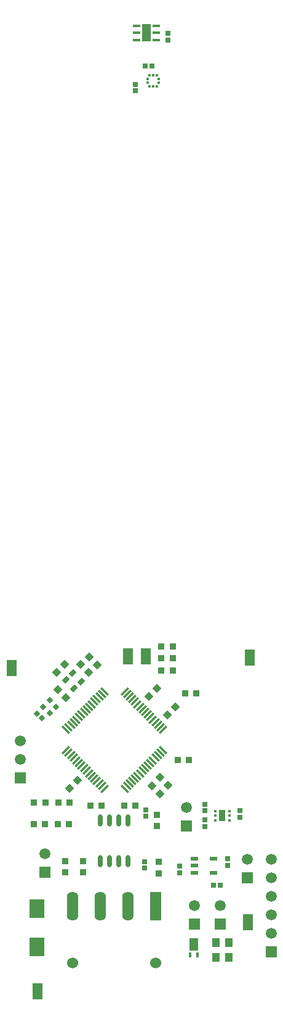
<source format=gbr>
%TF.GenerationSoftware,Altium Limited,Altium Designer,19.1.5 (86)*%
G04 Layer_Color=255*
%FSLAX26Y26*%
%MOIN*%
%TF.FileFunction,Pads,Top*%
%TF.Part,Single*%
G01*
G75*
%TA.AperFunction,SMDPad,CuDef*%
G04:AMPARAMS|DCode=10|XSize=35.433mil|YSize=33.465mil|CornerRadius=0mil|HoleSize=0mil|Usage=FLASHONLY|Rotation=45.000|XOffset=0mil|YOffset=0mil|HoleType=Round|Shape=Rectangle|*
%AMROTATEDRECTD10*
4,1,4,-0.000696,-0.024359,-0.024359,-0.000696,0.000696,0.024359,0.024359,0.000696,-0.000696,-0.024359,0.0*
%
%ADD10ROTATEDRECTD10*%

%ADD11P,0.038974X4X90.0*%
%ADD12P,0.035634X4X270.0*%
G04:AMPARAMS|DCode=13|XSize=35.433mil|YSize=33.465mil|CornerRadius=0mil|HoleSize=0mil|Usage=FLASHONLY|Rotation=135.000|XOffset=0mil|YOffset=0mil|HoleType=Round|Shape=Rectangle|*
%AMROTATEDRECTD13*
4,1,4,0.024359,-0.000696,0.000696,-0.024359,-0.024359,0.000696,-0.000696,0.024359,0.024359,-0.000696,0.0*
%
%ADD13ROTATEDRECTD13*%

G04:AMPARAMS|DCode=14|XSize=33.465mil|YSize=25.591mil|CornerRadius=0mil|HoleSize=0mil|Usage=FLASHONLY|Rotation=45.000|XOffset=0mil|YOffset=0mil|HoleType=Round|Shape=Rectangle|*
%AMROTATEDRECTD14*
4,1,4,-0.002784,-0.020879,-0.020879,-0.002784,0.002784,0.020879,0.020879,0.002784,-0.002784,-0.020879,0.0*
%
%ADD14ROTATEDRECTD14*%

%ADD15R,0.035433X0.033465*%
G04:AMPARAMS|DCode=16|XSize=11.811mil|YSize=55.118mil|CornerRadius=0mil|HoleSize=0mil|Usage=FLASHONLY|Rotation=225.000|XOffset=0mil|YOffset=0mil|HoleType=Round|Shape=Rectangle|*
%AMROTATEDRECTD16*
4,1,4,-0.015311,0.023663,0.023663,-0.015311,0.015311,-0.023663,-0.023663,0.015311,-0.015311,0.023663,0.0*
%
%ADD16ROTATEDRECTD16*%

G04:AMPARAMS|DCode=17|XSize=11.811mil|YSize=55.118mil|CornerRadius=0mil|HoleSize=0mil|Usage=FLASHONLY|Rotation=135.000|XOffset=0mil|YOffset=0mil|HoleType=Round|Shape=Rectangle|*
%AMROTATEDRECTD17*
4,1,4,0.023663,0.015311,-0.015311,-0.023663,-0.023663,-0.015311,0.015311,0.023663,0.023663,0.015311,0.0*
%
%ADD17ROTATEDRECTD17*%

%ADD18R,0.033465X0.035433*%
%ADD19R,0.025197X0.025197*%
%ADD20R,0.017716X0.011811*%
%ADD21R,0.035039X0.062992*%
%ADD22R,0.043307X0.023622*%
%ADD23O,0.025591X0.064961*%
%ADD24R,0.013780X0.014961*%
%ADD25R,0.050394X0.094488*%
%ADD26R,0.039370X0.015748*%
%ADD27R,0.055118X0.086614*%
%ADD28R,0.078740X0.098425*%
%ADD29R,0.015748X0.025591*%
%ADD30R,0.049213X0.070866*%
%ADD31O,0.062992X0.157480*%
%ADD32R,0.062992X0.157480*%
%ADD33R,0.025197X0.025197*%
%ADD34R,0.041339X0.051181*%
%TA.AperFunction,ComponentPad*%
%ADD37R,0.059055X0.059055*%
%ADD38C,0.059055*%
%ADD39C,0.060000*%
D10*
X3738425Y3181575D02*
D03*
X3781575Y3138425D02*
D03*
X3693425Y3141575D02*
D03*
X3736575Y3098425D02*
D03*
X3568425Y3006575D02*
D03*
X3611575Y2963425D02*
D03*
X4123150Y2441850D02*
D03*
X4080000Y2485000D02*
D03*
X4123425Y2531575D02*
D03*
X4166575Y2488425D02*
D03*
D11*
X3490201Y2914799D02*
D03*
X3525000Y2949597D02*
D03*
Y2880000D02*
D03*
X3559798Y2914799D02*
D03*
D12*
X3482806Y2852194D02*
D03*
X3457194Y2877806D02*
D03*
D13*
X3563425Y3098425D02*
D03*
X3606575Y3141575D02*
D03*
X4163425Y2868425D02*
D03*
X4206575Y2911575D02*
D03*
X4063425Y2968425D02*
D03*
X4106575Y3011575D02*
D03*
X3676575Y2516575D02*
D03*
X3633425Y2473425D02*
D03*
D14*
X3695000Y3050000D02*
D03*
X3657418Y3012418D02*
D03*
X3649066Y3095934D02*
D03*
X3611483Y3058352D02*
D03*
D15*
X4105000Y2330512D02*
D03*
Y2269488D02*
D03*
X4115000Y2014488D02*
D03*
Y2075512D02*
D03*
X3705000Y2080000D02*
D03*
Y2018976D02*
D03*
X3610000Y2080512D02*
D03*
Y2019488D02*
D03*
D16*
X3930879Y2471282D02*
D03*
X3944799Y2485202D02*
D03*
X3958718Y2499121D02*
D03*
X3972637Y2513040D02*
D03*
X3986557Y2526960D02*
D03*
X4000476Y2540879D02*
D03*
X4014396Y2554799D02*
D03*
X4028315Y2568718D02*
D03*
X4042235Y2582638D02*
D03*
X4056154Y2596557D02*
D03*
X4070073Y2610476D02*
D03*
X4083993Y2624396D02*
D03*
X4097912Y2638315D02*
D03*
X4111832Y2652235D02*
D03*
X4125751Y2666154D02*
D03*
X4139671Y2680073D02*
D03*
X3822308Y2997436D02*
D03*
X3808388Y2983517D02*
D03*
X3794469Y2969598D02*
D03*
X3780549Y2955678D02*
D03*
X3766630Y2941759D02*
D03*
X3752711Y2927839D02*
D03*
X3738791Y2913920D02*
D03*
X3724872Y2900000D02*
D03*
X3710952Y2886081D02*
D03*
X3697033Y2872162D02*
D03*
X3683113Y2858242D02*
D03*
X3669194Y2844323D02*
D03*
X3655275Y2830403D02*
D03*
X3641355Y2816484D02*
D03*
X3627436Y2802564D02*
D03*
X3613516Y2788645D02*
D03*
D17*
X4139671D02*
D03*
X4125751Y2802564D02*
D03*
X4111832Y2816484D02*
D03*
X4097912Y2830403D02*
D03*
X4083993Y2844323D02*
D03*
X4070073Y2858242D02*
D03*
X4056154Y2872162D02*
D03*
X4042235Y2886081D02*
D03*
X4028315Y2900000D02*
D03*
X4014396Y2913920D02*
D03*
X4000476Y2927839D02*
D03*
X3986557Y2941759D02*
D03*
X3972637Y2955678D02*
D03*
X3958718Y2969598D02*
D03*
X3944799Y2983517D02*
D03*
X3930879Y2997436D02*
D03*
X3613516Y2680073D02*
D03*
X3627436Y2666154D02*
D03*
X3641355Y2652235D02*
D03*
X3655275Y2638315D02*
D03*
X3669194Y2624396D02*
D03*
X3683113Y2610476D02*
D03*
X3697033Y2596557D02*
D03*
X3710952Y2582638D02*
D03*
X3724872Y2568718D02*
D03*
X3738791Y2554799D02*
D03*
X3752711Y2540879D02*
D03*
X3766630Y2526960D02*
D03*
X3780549Y2513040D02*
D03*
X3794469Y2499121D02*
D03*
X3808388Y2485202D02*
D03*
X3822308Y2471282D02*
D03*
D18*
X4320512Y2985000D02*
D03*
X4259488D02*
D03*
X4130000Y3110000D02*
D03*
X4191024D02*
D03*
X4280512Y2625000D02*
D03*
X4219488D02*
D03*
X3744488Y2380000D02*
D03*
X3805512D02*
D03*
X3990512D02*
D03*
X3929488D02*
D03*
X4191024Y3240000D02*
D03*
X4130000D02*
D03*
X4191024Y3175000D02*
D03*
X4130000D02*
D03*
X3501024Y2395000D02*
D03*
X3440000D02*
D03*
X3500512Y2280000D02*
D03*
X3439488D02*
D03*
X3632480Y2395000D02*
D03*
X3571457D02*
D03*
X3630000Y2280000D02*
D03*
X3568976D02*
D03*
D19*
X4165000Y6516890D02*
D03*
Y6553110D02*
D03*
X4365000Y2351890D02*
D03*
Y2388110D02*
D03*
Y2303110D02*
D03*
Y2266890D02*
D03*
X4555000Y2353110D02*
D03*
Y2316890D02*
D03*
X4490000Y2093110D02*
D03*
Y2056890D02*
D03*
X4230000Y2016890D02*
D03*
Y2053110D02*
D03*
X4040000Y2078110D02*
D03*
Y2041890D02*
D03*
X3990000Y6278110D02*
D03*
Y6241890D02*
D03*
X4045000Y2358110D02*
D03*
Y2321890D02*
D03*
D20*
X4421614Y2350591D02*
D03*
Y2325000D02*
D03*
Y2299410D02*
D03*
X4498386Y2350591D02*
D03*
Y2325000D02*
D03*
Y2299410D02*
D03*
D21*
X4460000Y2325000D02*
D03*
D22*
X4308819Y2092402D02*
D03*
Y2055000D02*
D03*
Y2017599D02*
D03*
X4411181D02*
D03*
Y2092402D02*
D03*
D23*
X3800000Y2078780D02*
D03*
X3850000D02*
D03*
X3900000D02*
D03*
X3950000D02*
D03*
X3800000Y2301220D02*
D03*
X3850000D02*
D03*
X3900000D02*
D03*
X3950000D02*
D03*
D24*
X4055000Y6305000D02*
D03*
Y6285315D02*
D03*
X4065433Y6265039D02*
D03*
X4085118D02*
D03*
X4104803D02*
D03*
X4115236Y6285315D02*
D03*
Y6305000D02*
D03*
X4104803Y6325276D02*
D03*
X4085118D02*
D03*
X4065433D02*
D03*
D25*
X4050000Y6555000D02*
D03*
D26*
X4102756Y6515630D02*
D03*
Y6555000D02*
D03*
Y6594370D02*
D03*
X3997244Y6515630D02*
D03*
Y6555000D02*
D03*
Y6594370D02*
D03*
D27*
X3950000Y3185000D02*
D03*
X4045000D02*
D03*
X4610000Y3180000D02*
D03*
X3320000Y3124252D02*
D03*
X4600000Y1750000D02*
D03*
X3460000Y1375000D02*
D03*
D28*
X3455000Y1615000D02*
D03*
Y1823661D02*
D03*
D29*
X4285315Y1574567D02*
D03*
X4324685D02*
D03*
D30*
X4305000Y1629685D02*
D03*
D31*
X3650787Y1835118D02*
D03*
X3800787D02*
D03*
X3950787D02*
D03*
D32*
X4100787D02*
D03*
D33*
X4411890Y1950000D02*
D03*
X4448110D02*
D03*
X4041890Y6375000D02*
D03*
X4078110D02*
D03*
D34*
X4494449Y1560000D02*
D03*
X4425551D02*
D03*
X4494449Y1640000D02*
D03*
X4425551D02*
D03*
D37*
X4265000Y2270000D02*
D03*
X4595000Y1990000D02*
D03*
X4450000Y1740000D02*
D03*
X4310000D02*
D03*
X3365000Y2530000D02*
D03*
X3500000Y2020000D02*
D03*
X4725000Y1590000D02*
D03*
D38*
X4265000Y2370000D02*
D03*
X4595000Y2090000D02*
D03*
X4450000Y1840000D02*
D03*
X4310000D02*
D03*
X3365000Y2630000D02*
D03*
Y2730000D02*
D03*
X3500000Y2120000D02*
D03*
X4725000Y1690000D02*
D03*
Y1790000D02*
D03*
Y1890000D02*
D03*
Y1990000D02*
D03*
Y2090000D02*
D03*
D39*
X3650000Y1530000D02*
D03*
X4100787D02*
D03*
%TF.MD5,e3efe928a19908696d18504e9407046d*%
M02*

</source>
